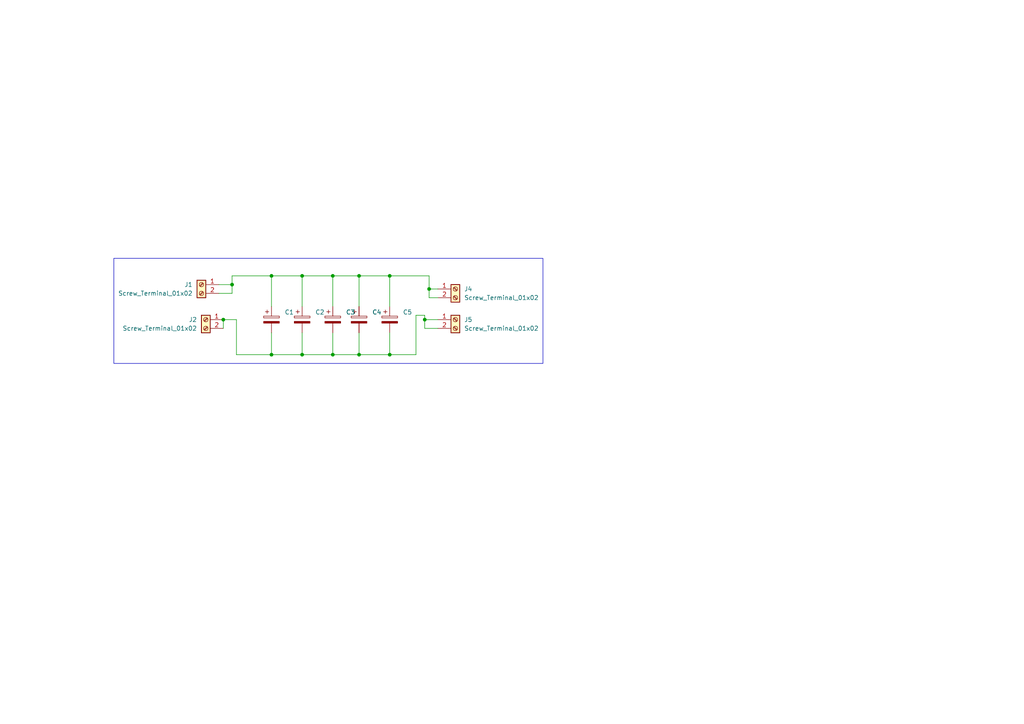
<source format=kicad_sch>
(kicad_sch
	(version 20231120)
	(generator "eeschema")
	(generator_version "8.0")
	(uuid "1e53dc5b-edb7-4c03-8837-a1f03206a381")
	(paper "A4")
	(lib_symbols
		(symbol "Connector:Screw_Terminal_01x02"
			(pin_names
				(offset 1.016) hide)
			(exclude_from_sim no)
			(in_bom yes)
			(on_board yes)
			(property "Reference" "J"
				(at 0 2.54 0)
				(effects
					(font
						(size 1.27 1.27)
					)
				)
			)
			(property "Value" "Screw_Terminal_01x02"
				(at 0 -5.08 0)
				(effects
					(font
						(size 1.27 1.27)
					)
				)
			)
			(property "Footprint" ""
				(at 0 0 0)
				(effects
					(font
						(size 1.27 1.27)
					)
					(hide yes)
				)
			)
			(property "Datasheet" "~"
				(at 0 0 0)
				(effects
					(font
						(size 1.27 1.27)
					)
					(hide yes)
				)
			)
			(property "Description" "Generic screw terminal, single row, 01x02, script generated (kicad-library-utils/schlib/autogen/connector/)"
				(at 0 0 0)
				(effects
					(font
						(size 1.27 1.27)
					)
					(hide yes)
				)
			)
			(property "ki_keywords" "screw terminal"
				(at 0 0 0)
				(effects
					(font
						(size 1.27 1.27)
					)
					(hide yes)
				)
			)
			(property "ki_fp_filters" "TerminalBlock*:*"
				(at 0 0 0)
				(effects
					(font
						(size 1.27 1.27)
					)
					(hide yes)
				)
			)
			(symbol "Screw_Terminal_01x02_1_1"
				(rectangle
					(start -1.27 1.27)
					(end 1.27 -3.81)
					(stroke
						(width 0.254)
						(type default)
					)
					(fill
						(type background)
					)
				)
				(circle
					(center 0 -2.54)
					(radius 0.635)
					(stroke
						(width 0.1524)
						(type default)
					)
					(fill
						(type none)
					)
				)
				(polyline
					(pts
						(xy -0.5334 -2.2098) (xy 0.3302 -3.048)
					)
					(stroke
						(width 0.1524)
						(type default)
					)
					(fill
						(type none)
					)
				)
				(polyline
					(pts
						(xy -0.5334 0.3302) (xy 0.3302 -0.508)
					)
					(stroke
						(width 0.1524)
						(type default)
					)
					(fill
						(type none)
					)
				)
				(polyline
					(pts
						(xy -0.3556 -2.032) (xy 0.508 -2.8702)
					)
					(stroke
						(width 0.1524)
						(type default)
					)
					(fill
						(type none)
					)
				)
				(polyline
					(pts
						(xy -0.3556 0.508) (xy 0.508 -0.3302)
					)
					(stroke
						(width 0.1524)
						(type default)
					)
					(fill
						(type none)
					)
				)
				(circle
					(center 0 0)
					(radius 0.635)
					(stroke
						(width 0.1524)
						(type default)
					)
					(fill
						(type none)
					)
				)
				(pin passive line
					(at -5.08 0 0)
					(length 3.81)
					(name "Pin_1"
						(effects
							(font
								(size 1.27 1.27)
							)
						)
					)
					(number "1"
						(effects
							(font
								(size 1.27 1.27)
							)
						)
					)
				)
				(pin passive line
					(at -5.08 -2.54 0)
					(length 3.81)
					(name "Pin_2"
						(effects
							(font
								(size 1.27 1.27)
							)
						)
					)
					(number "2"
						(effects
							(font
								(size 1.27 1.27)
							)
						)
					)
				)
			)
		)
		(symbol "Device:C_Polarized"
			(pin_numbers hide)
			(pin_names
				(offset 0.254)
			)
			(exclude_from_sim no)
			(in_bom yes)
			(on_board yes)
			(property "Reference" "C"
				(at 0.635 2.54 0)
				(effects
					(font
						(size 1.27 1.27)
					)
					(justify left)
				)
			)
			(property "Value" "C_Polarized"
				(at 0.635 -2.54 0)
				(effects
					(font
						(size 1.27 1.27)
					)
					(justify left)
				)
			)
			(property "Footprint" ""
				(at 0.9652 -3.81 0)
				(effects
					(font
						(size 1.27 1.27)
					)
					(hide yes)
				)
			)
			(property "Datasheet" "~"
				(at 0 0 0)
				(effects
					(font
						(size 1.27 1.27)
					)
					(hide yes)
				)
			)
			(property "Description" "Polarized capacitor"
				(at 0 0 0)
				(effects
					(font
						(size 1.27 1.27)
					)
					(hide yes)
				)
			)
			(property "ki_keywords" "cap capacitor"
				(at 0 0 0)
				(effects
					(font
						(size 1.27 1.27)
					)
					(hide yes)
				)
			)
			(property "ki_fp_filters" "CP_*"
				(at 0 0 0)
				(effects
					(font
						(size 1.27 1.27)
					)
					(hide yes)
				)
			)
			(symbol "C_Polarized_0_1"
				(rectangle
					(start -2.286 0.508)
					(end 2.286 1.016)
					(stroke
						(width 0)
						(type default)
					)
					(fill
						(type none)
					)
				)
				(polyline
					(pts
						(xy -1.778 2.286) (xy -0.762 2.286)
					)
					(stroke
						(width 0)
						(type default)
					)
					(fill
						(type none)
					)
				)
				(polyline
					(pts
						(xy -1.27 2.794) (xy -1.27 1.778)
					)
					(stroke
						(width 0)
						(type default)
					)
					(fill
						(type none)
					)
				)
				(rectangle
					(start 2.286 -0.508)
					(end -2.286 -1.016)
					(stroke
						(width 0)
						(type default)
					)
					(fill
						(type outline)
					)
				)
			)
			(symbol "C_Polarized_1_1"
				(pin passive line
					(at 0 3.81 270)
					(length 2.794)
					(name "~"
						(effects
							(font
								(size 1.27 1.27)
							)
						)
					)
					(number "1"
						(effects
							(font
								(size 1.27 1.27)
							)
						)
					)
				)
				(pin passive line
					(at 0 -3.81 90)
					(length 2.794)
					(name "~"
						(effects
							(font
								(size 1.27 1.27)
							)
						)
					)
					(number "2"
						(effects
							(font
								(size 1.27 1.27)
							)
						)
					)
				)
			)
		)
	)
	(junction
		(at 124.46 83.82)
		(diameter 0)
		(color 0 0 0 0)
		(uuid "117b1ada-591e-46e1-b7df-38232804076d")
	)
	(junction
		(at 67.31 82.55)
		(diameter 0)
		(color 0 0 0 0)
		(uuid "1adf3ccb-6c43-4318-abb5-3609d080ecec")
	)
	(junction
		(at 113.03 102.87)
		(diameter 0)
		(color 0 0 0 0)
		(uuid "3bf9501a-c7bb-423d-aa7b-e35951af9b95")
	)
	(junction
		(at 104.14 102.87)
		(diameter 0)
		(color 0 0 0 0)
		(uuid "57ccb47d-2689-4753-8a9b-2af43de25f48")
	)
	(junction
		(at 78.74 80.01)
		(diameter 0)
		(color 0 0 0 0)
		(uuid "756163ed-9d35-4077-aebd-80743f70d8fc")
	)
	(junction
		(at 96.52 102.87)
		(diameter 0)
		(color 0 0 0 0)
		(uuid "7bf5a363-e8d4-4470-8120-a2c971ccd37e")
	)
	(junction
		(at 64.77 92.71)
		(diameter 0)
		(color 0 0 0 0)
		(uuid "a48eb8c1-bf02-4ed5-9c70-634552fa9e23")
	)
	(junction
		(at 123.19 92.71)
		(diameter 0)
		(color 0 0 0 0)
		(uuid "adfea805-c2a4-4b3a-be6e-80b51d2f72f5")
	)
	(junction
		(at 104.14 80.01)
		(diameter 0)
		(color 0 0 0 0)
		(uuid "bdb92c9b-cb9c-434a-89ac-7abeb57dff44")
	)
	(junction
		(at 113.03 80.01)
		(diameter 0)
		(color 0 0 0 0)
		(uuid "cad780ca-58a0-452f-aca5-1ae7f6de28fb")
	)
	(junction
		(at 78.74 102.87)
		(diameter 0)
		(color 0 0 0 0)
		(uuid "ccbe6949-e019-43ef-bc25-a4a71e30484d")
	)
	(junction
		(at 96.52 80.01)
		(diameter 0)
		(color 0 0 0 0)
		(uuid "d280f29e-49c5-4219-9a93-de43834dabc5")
	)
	(junction
		(at 87.63 80.01)
		(diameter 0)
		(color 0 0 0 0)
		(uuid "d514e605-1b56-4d8d-99ed-a412bbd82dc6")
	)
	(junction
		(at 87.63 102.87)
		(diameter 0)
		(color 0 0 0 0)
		(uuid "e30cd8fc-114a-45ba-926e-becfd2cb0062")
	)
	(wire
		(pts
			(xy 127 83.82) (xy 124.46 83.82)
		)
		(stroke
			(width 0)
			(type default)
		)
		(uuid "065900c5-1930-4baf-84d1-a76c9987ab7d")
	)
	(wire
		(pts
			(xy 78.74 96.52) (xy 78.74 102.87)
		)
		(stroke
			(width 0)
			(type default)
		)
		(uuid "09b43cc2-09fb-4ecf-a693-1d13a2e11e53")
	)
	(wire
		(pts
			(xy 104.14 88.9) (xy 104.14 80.01)
		)
		(stroke
			(width 0)
			(type default)
		)
		(uuid "0d72fbfb-917d-4bd0-938d-e7692517fc57")
	)
	(wire
		(pts
			(xy 124.46 86.36) (xy 124.46 83.82)
		)
		(stroke
			(width 0)
			(type default)
		)
		(uuid "0fef9594-062a-43f6-a433-5f18bb0491be")
	)
	(wire
		(pts
			(xy 63.5 82.55) (xy 67.31 82.55)
		)
		(stroke
			(width 0)
			(type default)
		)
		(uuid "1c2e968f-93bd-45b4-8115-c4dbdf765991")
	)
	(wire
		(pts
			(xy 123.19 91.44) (xy 120.65 91.44)
		)
		(stroke
			(width 0)
			(type default)
		)
		(uuid "277e8f29-c96a-4095-a5b0-6d63d92f61a7")
	)
	(wire
		(pts
			(xy 124.46 80.01) (xy 124.46 83.82)
		)
		(stroke
			(width 0)
			(type default)
		)
		(uuid "32c0c1b8-60e2-4dd2-8f50-74fbb8996e24")
	)
	(wire
		(pts
			(xy 87.63 96.52) (xy 87.63 102.87)
		)
		(stroke
			(width 0)
			(type default)
		)
		(uuid "3ccccff1-2c35-4b85-8873-62a0681de46b")
	)
	(wire
		(pts
			(xy 113.03 96.52) (xy 113.03 102.87)
		)
		(stroke
			(width 0)
			(type default)
		)
		(uuid "443f3ed5-cfdd-47cd-9774-e8b766680957")
	)
	(wire
		(pts
			(xy 104.14 80.01) (xy 113.03 80.01)
		)
		(stroke
			(width 0)
			(type default)
		)
		(uuid "45fc0d59-8ef9-4eb1-bce6-880ffa704b4c")
	)
	(wire
		(pts
			(xy 113.03 88.9) (xy 113.03 80.01)
		)
		(stroke
			(width 0)
			(type default)
		)
		(uuid "48a42d64-12bb-406c-a5db-e10db574e6ba")
	)
	(wire
		(pts
			(xy 127 92.71) (xy 123.19 92.71)
		)
		(stroke
			(width 0)
			(type default)
		)
		(uuid "508443ef-7af8-4910-8b21-cdfc8cbbdd77")
	)
	(wire
		(pts
			(xy 96.52 102.87) (xy 104.14 102.87)
		)
		(stroke
			(width 0)
			(type default)
		)
		(uuid "58468813-f144-46d4-80af-d39fc6b16a43")
	)
	(wire
		(pts
			(xy 120.65 91.44) (xy 120.65 102.87)
		)
		(stroke
			(width 0)
			(type default)
		)
		(uuid "594904e2-077e-45f7-809e-44e47b980be8")
	)
	(wire
		(pts
			(xy 68.58 102.87) (xy 78.74 102.87)
		)
		(stroke
			(width 0)
			(type default)
		)
		(uuid "59fa8cc2-4e11-4eb8-9f87-6a81574f84dd")
	)
	(wire
		(pts
			(xy 123.19 91.44) (xy 123.19 92.71)
		)
		(stroke
			(width 0)
			(type default)
		)
		(uuid "65910820-70bd-45b6-a270-cb39a669a225")
	)
	(wire
		(pts
			(xy 96.52 96.52) (xy 96.52 102.87)
		)
		(stroke
			(width 0)
			(type default)
		)
		(uuid "6b012621-9fcd-475c-884f-ea0603368e3f")
	)
	(wire
		(pts
			(xy 96.52 88.9) (xy 96.52 80.01)
		)
		(stroke
			(width 0)
			(type default)
		)
		(uuid "81f4e413-0543-4239-a74e-ff929929df1f")
	)
	(wire
		(pts
			(xy 78.74 80.01) (xy 87.63 80.01)
		)
		(stroke
			(width 0)
			(type default)
		)
		(uuid "8980fe6d-9a6d-4fb4-ba22-0b06ab0a3429")
	)
	(wire
		(pts
			(xy 78.74 102.87) (xy 87.63 102.87)
		)
		(stroke
			(width 0)
			(type default)
		)
		(uuid "8ceed604-c908-4ae8-9657-6201f2e7de5c")
	)
	(wire
		(pts
			(xy 67.31 80.01) (xy 78.74 80.01)
		)
		(stroke
			(width 0)
			(type default)
		)
		(uuid "90395db9-083b-4dc8-89fd-af7ca9f7b92d")
	)
	(wire
		(pts
			(xy 64.77 92.71) (xy 64.77 95.25)
		)
		(stroke
			(width 0)
			(type default)
		)
		(uuid "9131b60a-3009-4fd5-9410-b4cf67778dea")
	)
	(wire
		(pts
			(xy 104.14 96.52) (xy 104.14 102.87)
		)
		(stroke
			(width 0)
			(type default)
		)
		(uuid "9a652113-04d9-41aa-9f09-8d328a17177a")
	)
	(wire
		(pts
			(xy 68.58 92.71) (xy 68.58 102.87)
		)
		(stroke
			(width 0)
			(type default)
		)
		(uuid "9ef81ce2-fc0a-47a4-9c5e-80dc5a1ef0f7")
	)
	(wire
		(pts
			(xy 67.31 82.55) (xy 67.31 85.09)
		)
		(stroke
			(width 0)
			(type default)
		)
		(uuid "b3e09829-ddfd-4ea8-a94c-91106d91a67d")
	)
	(wire
		(pts
			(xy 87.63 80.01) (xy 96.52 80.01)
		)
		(stroke
			(width 0)
			(type default)
		)
		(uuid "b6b49096-100a-4821-9e8c-8c978c53afd1")
	)
	(wire
		(pts
			(xy 63.5 85.09) (xy 67.31 85.09)
		)
		(stroke
			(width 0)
			(type default)
		)
		(uuid "b91a58b4-c5cf-42ad-b7b1-d32ecfce201c")
	)
	(wire
		(pts
			(xy 127 86.36) (xy 124.46 86.36)
		)
		(stroke
			(width 0)
			(type default)
		)
		(uuid "bd5780de-64fb-4d3f-ae28-95457af29f2c")
	)
	(wire
		(pts
			(xy 96.52 80.01) (xy 104.14 80.01)
		)
		(stroke
			(width 0)
			(type default)
		)
		(uuid "be302bb0-6524-4db2-845c-d6e96cc17dde")
	)
	(wire
		(pts
			(xy 113.03 80.01) (xy 124.46 80.01)
		)
		(stroke
			(width 0)
			(type default)
		)
		(uuid "d60474b5-76eb-42e9-80a8-1e1d9b1f7abd")
	)
	(wire
		(pts
			(xy 64.77 92.71) (xy 68.58 92.71)
		)
		(stroke
			(width 0)
			(type default)
		)
		(uuid "e69ac1ce-a416-4cf6-8f25-ca58d4d1f662")
	)
	(wire
		(pts
			(xy 87.63 80.01) (xy 87.63 88.9)
		)
		(stroke
			(width 0)
			(type default)
		)
		(uuid "e724e6ff-d725-4d81-9c36-660653449cec")
	)
	(wire
		(pts
			(xy 113.03 102.87) (xy 120.65 102.87)
		)
		(stroke
			(width 0)
			(type default)
		)
		(uuid "e9db2e3f-eaa3-46e7-ba5c-8e02248e2b03")
	)
	(wire
		(pts
			(xy 104.14 102.87) (xy 113.03 102.87)
		)
		(stroke
			(width 0)
			(type default)
		)
		(uuid "edb7fb2e-6216-41c6-9e1d-37263813490b")
	)
	(wire
		(pts
			(xy 127 95.25) (xy 123.19 95.25)
		)
		(stroke
			(width 0)
			(type default)
		)
		(uuid "f4514aa4-b89f-47d8-a33b-1055233ade8d")
	)
	(wire
		(pts
			(xy 78.74 88.9) (xy 78.74 80.01)
		)
		(stroke
			(width 0)
			(type default)
		)
		(uuid "f523fbd9-a0b2-42fc-91c9-6cf2228357f6")
	)
	(wire
		(pts
			(xy 67.31 80.01) (xy 67.31 82.55)
		)
		(stroke
			(width 0)
			(type default)
		)
		(uuid "f8ff8b35-b630-4b46-ac0f-96f41a3c4766")
	)
	(wire
		(pts
			(xy 87.63 102.87) (xy 96.52 102.87)
		)
		(stroke
			(width 0)
			(type default)
		)
		(uuid "fa3d9ae0-1a87-40b6-8cd4-b0ca36d6fb3a")
	)
	(wire
		(pts
			(xy 123.19 95.25) (xy 123.19 92.71)
		)
		(stroke
			(width 0)
			(type default)
		)
		(uuid "ff7a0257-bd49-4088-a078-1a8e6c5f70dd")
	)
	(rectangle
		(start 33.02 74.93)
		(end 157.48 105.41)
		(stroke
			(width 0)
			(type default)
		)
		(fill
			(type none)
		)
		(uuid 24bc9b48-3d7f-41a7-a454-4c754a3fa691)
	)
	(symbol
		(lib_id "Connector:Screw_Terminal_01x02")
		(at 58.42 82.55 0)
		(mirror y)
		(unit 1)
		(exclude_from_sim no)
		(in_bom yes)
		(on_board yes)
		(dnp no)
		(fields_autoplaced yes)
		(uuid "02ea5b40-7aa4-4eda-a155-59aa820c12bc")
		(property "Reference" "J1"
			(at 55.88 82.5499 0)
			(effects
				(font
					(size 1.27 1.27)
				)
				(justify left)
			)
		)
		(property "Value" "Screw_Terminal_01x02"
			(at 55.88 85.0899 0)
			(effects
				(font
					(size 1.27 1.27)
				)
				(justify left)
			)
		)
		(property "Footprint" "TerminalBlock_Phoenix:TerminalBlock_Phoenix_MKDS-1,5-2-5.08_1x02_P5.08mm_Horizontal"
			(at 58.42 82.55 0)
			(effects
				(font
					(size 1.27 1.27)
				)
				(hide yes)
			)
		)
		(property "Datasheet" "~"
			(at 58.42 82.55 0)
			(effects
				(font
					(size 1.27 1.27)
				)
				(hide yes)
			)
		)
		(property "Description" "Generic screw terminal, single row, 01x02, script generated (kicad-library-utils/schlib/autogen/connector/)"
			(at 58.42 82.55 0)
			(effects
				(font
					(size 1.27 1.27)
				)
				(hide yes)
			)
		)
		(pin "2"
			(uuid "4653012e-1669-486c-918c-457d71b6893d")
		)
		(pin "1"
			(uuid "894cf675-794b-4db4-9e74-17ca74bfc88c")
		)
		(instances
			(project ""
				(path "/1e53dc5b-edb7-4c03-8837-a1f03206a381"
					(reference "J1")
					(unit 1)
				)
			)
		)
	)
	(symbol
		(lib_id "Connector:Screw_Terminal_01x02")
		(at 132.08 83.82 0)
		(unit 1)
		(exclude_from_sim no)
		(in_bom yes)
		(on_board yes)
		(dnp no)
		(fields_autoplaced yes)
		(uuid "21126865-f15f-4657-ad9b-c564bbb8160c")
		(property "Reference" "J4"
			(at 134.62 83.8199 0)
			(effects
				(font
					(size 1.27 1.27)
				)
				(justify left)
			)
		)
		(property "Value" "Screw_Terminal_01x02"
			(at 134.62 86.3599 0)
			(effects
				(font
					(size 1.27 1.27)
				)
				(justify left)
			)
		)
		(property "Footprint" "TerminalBlock_Phoenix:TerminalBlock_Phoenix_MKDS-1,5-2-5.08_1x02_P5.08mm_Horizontal"
			(at 132.08 83.82 0)
			(effects
				(font
					(size 1.27 1.27)
				)
				(hide yes)
			)
		)
		(property "Datasheet" "~"
			(at 132.08 83.82 0)
			(effects
				(font
					(size 1.27 1.27)
				)
				(hide yes)
			)
		)
		(property "Description" "Generic screw terminal, single row, 01x02, script generated (kicad-library-utils/schlib/autogen/connector/)"
			(at 132.08 83.82 0)
			(effects
				(font
					(size 1.27 1.27)
				)
				(hide yes)
			)
		)
		(pin "2"
			(uuid "81611cff-f905-4659-b98b-af169d6c66b4")
		)
		(pin "1"
			(uuid "31082b34-b504-4ee8-9794-98902853153b")
		)
		(instances
			(project "Placa"
				(path "/1e53dc5b-edb7-4c03-8837-a1f03206a381"
					(reference "J4")
					(unit 1)
				)
			)
		)
	)
	(symbol
		(lib_id "Device:C_Polarized")
		(at 87.63 92.71 0)
		(unit 1)
		(exclude_from_sim no)
		(in_bom yes)
		(on_board yes)
		(dnp no)
		(fields_autoplaced yes)
		(uuid "3a521cb4-86a6-49af-8a1f-25f8547b2380")
		(property "Reference" "C2"
			(at 91.44 90.5509 0)
			(effects
				(font
					(size 1.27 1.27)
				)
				(justify left)
			)
		)
		(property "Value" "C_Polarized"
			(at 91.44 93.0909 0)
			(effects
				(font
					(size 1.27 1.27)
				)
				(justify left)
				(hide yes)
			)
		)
		(property "Footprint" "Capacitor_THT:CP_Radial_D22.0mm_P10.00mm_SnapIn"
			(at 88.5952 96.52 0)
			(effects
				(font
					(size 1.27 1.27)
				)
				(hide yes)
			)
		)
		(property "Datasheet" "~"
			(at 87.63 92.71 0)
			(effects
				(font
					(size 1.27 1.27)
				)
				(hide yes)
			)
		)
		(property "Description" "Polarized capacitor"
			(at 87.63 92.71 0)
			(effects
				(font
					(size 1.27 1.27)
				)
				(hide yes)
			)
		)
		(pin "2"
			(uuid "42b2870c-7776-4f39-ac96-d92ff781e80c")
		)
		(pin "1"
			(uuid "1f3b7f4d-0bd3-44ca-be58-af762d83f212")
		)
		(instances
			(project "Placa"
				(path "/1e53dc5b-edb7-4c03-8837-a1f03206a381"
					(reference "C2")
					(unit 1)
				)
			)
		)
	)
	(symbol
		(lib_id "Device:C_Polarized")
		(at 104.14 92.71 0)
		(unit 1)
		(exclude_from_sim no)
		(in_bom yes)
		(on_board yes)
		(dnp no)
		(fields_autoplaced yes)
		(uuid "589c25da-b43e-497c-b84a-8138ab1bd834")
		(property "Reference" "C4"
			(at 107.95 90.5509 0)
			(effects
				(font
					(size 1.27 1.27)
				)
				(justify left)
			)
		)
		(property "Value" "C_Polarized"
			(at 107.95 93.0909 0)
			(effects
				(font
					(size 1.27 1.27)
				)
				(justify left)
				(hide yes)
			)
		)
		(property "Footprint" "Capacitor_THT:CP_Radial_D22.0mm_P10.00mm_SnapIn"
			(at 105.1052 96.52 0)
			(effects
				(font
					(size 1.27 1.27)
				)
				(hide yes)
			)
		)
		(property "Datasheet" "~"
			(at 104.14 92.71 0)
			(effects
				(font
					(size 1.27 1.27)
				)
				(hide yes)
			)
		)
		(property "Description" "Polarized capacitor"
			(at 104.14 92.71 0)
			(effects
				(font
					(size 1.27 1.27)
				)
				(hide yes)
			)
		)
		(pin "2"
			(uuid "45e1d0a9-7c1c-4252-ac9a-3a72b6a2f808")
		)
		(pin "1"
			(uuid "814d15be-8f6e-4c5d-8763-4e64f8d300ee")
		)
		(instances
			(project "Placa"
				(path "/1e53dc5b-edb7-4c03-8837-a1f03206a381"
					(reference "C4")
					(unit 1)
				)
			)
		)
	)
	(symbol
		(lib_id "Device:C_Polarized")
		(at 78.74 92.71 0)
		(unit 1)
		(exclude_from_sim no)
		(in_bom yes)
		(on_board yes)
		(dnp no)
		(fields_autoplaced yes)
		(uuid "6cae4d35-1a6d-4f79-8ebe-17330915f680")
		(property "Reference" "C1"
			(at 82.55 90.5509 0)
			(effects
				(font
					(size 1.27 1.27)
				)
				(justify left)
			)
		)
		(property "Value" "C_Polarized"
			(at 82.55 93.0909 0)
			(effects
				(font
					(size 1.27 1.27)
				)
				(justify left)
				(hide yes)
			)
		)
		(property "Footprint" "Capacitor_THT:CP_Radial_D22.0mm_P10.00mm_SnapIn"
			(at 79.7052 96.52 0)
			(effects
				(font
					(size 1.27 1.27)
				)
				(hide yes)
			)
		)
		(property "Datasheet" "~"
			(at 78.74 92.71 0)
			(effects
				(font
					(size 1.27 1.27)
				)
				(hide yes)
			)
		)
		(property "Description" "Polarized capacitor"
			(at 78.74 92.71 0)
			(effects
				(font
					(size 1.27 1.27)
				)
				(hide yes)
			)
		)
		(pin "2"
			(uuid "bbf01342-4448-40ea-93cb-5f1a88cfa4ab")
		)
		(pin "1"
			(uuid "d379243a-7a1b-4b07-83c0-d52315cf61c1")
		)
		(instances
			(project ""
				(path "/1e53dc5b-edb7-4c03-8837-a1f03206a381"
					(reference "C1")
					(unit 1)
				)
			)
		)
	)
	(symbol
		(lib_id "Device:C_Polarized")
		(at 113.03 92.71 0)
		(unit 1)
		(exclude_from_sim no)
		(in_bom yes)
		(on_board yes)
		(dnp no)
		(fields_autoplaced yes)
		(uuid "75bcd33e-d610-4dbc-9856-dc5cbcca3b6e")
		(property "Reference" "C5"
			(at 116.84 90.5509 0)
			(effects
				(font
					(size 1.27 1.27)
				)
				(justify left)
			)
		)
		(property "Value" "C_Polarized"
			(at 116.84 93.0909 0)
			(effects
				(font
					(size 1.27 1.27)
				)
				(justify left)
				(hide yes)
			)
		)
		(property "Footprint" "Capacitor_THT:CP_Radial_D22.0mm_P10.00mm_SnapIn"
			(at 113.9952 96.52 0)
			(effects
				(font
					(size 1.27 1.27)
				)
				(hide yes)
			)
		)
		(property "Datasheet" "~"
			(at 113.03 92.71 0)
			(effects
				(font
					(size 1.27 1.27)
				)
				(hide yes)
			)
		)
		(property "Description" "Polarized capacitor"
			(at 113.03 92.71 0)
			(effects
				(font
					(size 1.27 1.27)
				)
				(hide yes)
			)
		)
		(pin "2"
			(uuid "80b9ab62-3546-49d5-92a3-7bb90c1cfee6")
		)
		(pin "1"
			(uuid "5838ea8f-2230-4094-b2cc-ffd3f7c133fb")
		)
		(instances
			(project "Placa"
				(path "/1e53dc5b-edb7-4c03-8837-a1f03206a381"
					(reference "C5")
					(unit 1)
				)
			)
		)
	)
	(symbol
		(lib_id "Connector:Screw_Terminal_01x02")
		(at 132.08 92.71 0)
		(unit 1)
		(exclude_from_sim no)
		(in_bom yes)
		(on_board yes)
		(dnp no)
		(fields_autoplaced yes)
		(uuid "969ca6d6-835e-4321-9bda-752f99ee6eb8")
		(property "Reference" "J5"
			(at 134.62 92.7099 0)
			(effects
				(font
					(size 1.27 1.27)
				)
				(justify left)
			)
		)
		(property "Value" "Screw_Terminal_01x02"
			(at 134.62 95.2499 0)
			(effects
				(font
					(size 1.27 1.27)
				)
				(justify left)
			)
		)
		(property "Footprint" "TerminalBlock_Phoenix:TerminalBlock_Phoenix_MKDS-1,5-2-5.08_1x02_P5.08mm_Horizontal"
			(at 132.08 92.71 0)
			(effects
				(font
					(size 1.27 1.27)
				)
				(hide yes)
			)
		)
		(property "Datasheet" "~"
			(at 132.08 92.71 0)
			(effects
				(font
					(size 1.27 1.27)
				)
				(hide yes)
			)
		)
		(property "Description" "Generic screw terminal, single row, 01x02, script generated (kicad-library-utils/schlib/autogen/connector/)"
			(at 132.08 92.71 0)
			(effects
				(font
					(size 1.27 1.27)
				)
				(hide yes)
			)
		)
		(pin "2"
			(uuid "fa46054e-3f03-4ac5-b5a3-672f01c92600")
		)
		(pin "1"
			(uuid "5ae8aa5c-84dd-459c-b732-6a08bdf615ca")
		)
		(instances
			(project "Placa"
				(path "/1e53dc5b-edb7-4c03-8837-a1f03206a381"
					(reference "J5")
					(unit 1)
				)
			)
		)
	)
	(symbol
		(lib_id "Device:C_Polarized")
		(at 96.52 92.71 0)
		(unit 1)
		(exclude_from_sim no)
		(in_bom yes)
		(on_board yes)
		(dnp no)
		(fields_autoplaced yes)
		(uuid "bedaf2ac-537b-4f85-be1f-ccdab9df1c75")
		(property "Reference" "C3"
			(at 100.33 90.5509 0)
			(effects
				(font
					(size 1.27 1.27)
				)
				(justify left)
			)
		)
		(property "Value" "C_Polarized"
			(at 100.33 93.0909 0)
			(effects
				(font
					(size 1.27 1.27)
				)
				(justify left)
				(hide yes)
			)
		)
		(property "Footprint" "Capacitor_THT:CP_Radial_D22.0mm_P10.00mm_SnapIn"
			(at 97.4852 96.52 0)
			(effects
				(font
					(size 1.27 1.27)
				)
				(hide yes)
			)
		)
		(property "Datasheet" "~"
			(at 96.52 92.71 0)
			(effects
				(font
					(size 1.27 1.27)
				)
				(hide yes)
			)
		)
		(property "Description" "Polarized capacitor"
			(at 96.52 92.71 0)
			(effects
				(font
					(size 1.27 1.27)
				)
				(hide yes)
			)
		)
		(pin "2"
			(uuid "ef0abc5f-77f9-4b43-9aaf-75c180b5574a")
		)
		(pin "1"
			(uuid "204d0da8-8562-4100-b509-2dbdffa5f3b7")
		)
		(instances
			(project "Placa"
				(path "/1e53dc5b-edb7-4c03-8837-a1f03206a381"
					(reference "C3")
					(unit 1)
				)
			)
		)
	)
	(symbol
		(lib_id "Connector:Screw_Terminal_01x02")
		(at 59.69 92.71 0)
		(mirror y)
		(unit 1)
		(exclude_from_sim no)
		(in_bom yes)
		(on_board yes)
		(dnp no)
		(fields_autoplaced yes)
		(uuid "db12dd62-194c-4527-ac84-322e79d3645b")
		(property "Reference" "J2"
			(at 57.15 92.7099 0)
			(effects
				(font
					(size 1.27 1.27)
				)
				(justify left)
			)
		)
		(property "Value" "Screw_Terminal_01x02"
			(at 57.15 95.2499 0)
			(effects
				(font
					(size 1.27 1.27)
				)
				(justify left)
			)
		)
		(property "Footprint" "TerminalBlock_Phoenix:TerminalBlock_Phoenix_MKDS-1,5-2-5.08_1x02_P5.08mm_Horizontal"
			(at 59.69 92.71 0)
			(effects
				(font
					(size 1.27 1.27)
				)
				(hide yes)
			)
		)
		(property "Datasheet" "~"
			(at 59.69 92.71 0)
			(effects
				(font
					(size 1.27 1.27)
				)
				(hide yes)
			)
		)
		(property "Description" "Generic screw terminal, single row, 01x02, script generated (kicad-library-utils/schlib/autogen/connector/)"
			(at 59.69 92.71 0)
			(effects
				(font
					(size 1.27 1.27)
				)
				(hide yes)
			)
		)
		(pin "2"
			(uuid "ebb4c584-3afd-47c8-95c3-870722188b29")
		)
		(pin "1"
			(uuid "484acc38-fa93-40fa-a288-7992639dbc1c")
		)
		(instances
			(project "Placa"
				(path "/1e53dc5b-edb7-4c03-8837-a1f03206a381"
					(reference "J2")
					(unit 1)
				)
			)
		)
	)
	(sheet_instances
		(path "/"
			(page "1")
		)
	)
)

</source>
